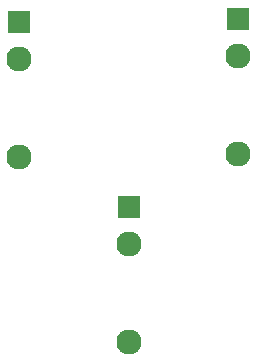
<source format=gbr>
%TF.GenerationSoftware,KiCad,Pcbnew,7.0.1*%
%TF.CreationDate,2023-04-03T10:55:15-07:00*%
%TF.ProjectId,transistor_vca,7472616e-7369-4737-946f-725f7663612e,rev?*%
%TF.SameCoordinates,Original*%
%TF.FileFunction,Soldermask,Bot*%
%TF.FilePolarity,Negative*%
%FSLAX46Y46*%
G04 Gerber Fmt 4.6, Leading zero omitted, Abs format (unit mm)*
G04 Created by KiCad (PCBNEW 7.0.1) date 2023-04-03 10:55:15*
%MOMM*%
%LPD*%
G01*
G04 APERTURE LIST*
%ADD10R,1.930000X1.830000*%
%ADD11C,2.130000*%
G04 APERTURE END LIST*
D10*
%TO.C,JCV1*%
X35473171Y-122663791D03*
D11*
X35473171Y-134063791D03*
X35473171Y-125763791D03*
%TD*%
D10*
%TO.C,JOUT1*%
X44704000Y-106742000D03*
D11*
X44704000Y-118142000D03*
X44704000Y-109842000D03*
%TD*%
D10*
%TO.C,JIN1*%
X26162000Y-106996000D03*
D11*
X26162000Y-118396000D03*
X26162000Y-110096000D03*
%TD*%
M02*

</source>
